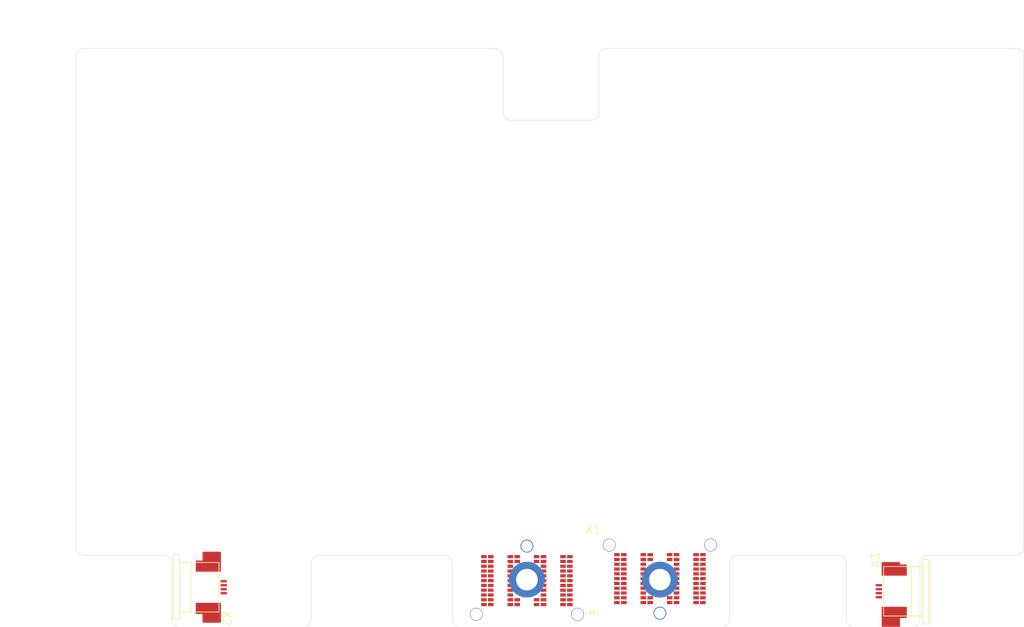
<source format=kicad_pcb>
(kicad_pcb (version 20240108) (generator "pcbnew") (generator_version "8.0")
  (title_block (title "Framework Laptop 16 Expansion Bay Module") (date "06. April 2024") (rev "1.0") (company "by XPModder") (comment 1 "Use 1.2mm PCB"))
  (layers (0 "F.Cu" signal) (31 "B.Cu" signal) (34 "B.Paste" user) (35 "F.Paste" user) (36 "B.SilkS" user "B.Silkscreen") (37 "F.SilkS" user "F.Silkscreen") (38 "B.Mask" user) (39 "F.Mask" user) (44 "Edge.Cuts" user))
  (net 0 "")
  (footprint "Framework-ExpansionBay:Hole-6.2mm" (layer "F.Cu") (at 208.35 109)
    (property "Reference" "REF**" (hide yes))
    (property "Value" "Hole-6.2mm" (hide yes))
    (pad "" np_thru_hole circle (at 0 0) (size 6.2 6.2) (drill 6.2) (layers "F&B.Cu" "*.Mask"))
  )
  (footprint "Framework-ExpansionBay:Molex-52746-0471" (layer "F.Cu") (at 202.5 118 90)
    (property "Reference" "X3" (at 3.9 -2.4 90) (layer "F.SilkS") (effects (font (thickness 0.1))))
    (property "Value" "Fan1")
    (fp_poly (pts (xy 3.6 -1.6) (xy 2 -1.6) (xy 2 1.45) (xy 3.3 1.45) (xy 3.3 0.6) (xy 3.6 0.6)) (stroke (width 0.1)) (fill solid) (layer "F.Cu"))
    (fp_poly (pts (xy -4.4 -1.6) (xy -2 -1.6) (xy -2 1.45) (xy -3.3 1.45) (xy -3.3 0.6) (xy -4.4 0.6)) (stroke (width 0.1)) (fill solid) (layer "F.Cu"))
    (fp_line (start 3.1 -1.4) (end 3.1 2.1) (stroke (width 0.1)) (layer "F.SilkS"))
    (fp_line (start 1 -1.4) (end 3.1 -1.4) (stroke (width 0.1)) (layer "F.SilkS"))
    (fp_line (start -1 -1.4) (end 1 -1.4) (stroke (width 0.1)) (layer "F.SilkS"))
    (fp_line (start -1 -1.4) (end -3 -1.4) (stroke (width 0.1)) (layer "F.SilkS"))
    (fp_line (start -3 -1.4) (end -3.1 -1.4) (stroke (width 0.1)) (layer "F.SilkS"))
    (fp_line (start 3.1 2.1) (end -3.1 2.1) (stroke (width 0.1)) (layer "F.SilkS"))
    (fp_line (start 3.1 2.1) (end 3.1 3.5) (stroke (width 0.1)) (layer "F.SilkS"))
    (fp_line (start -3.1 2.1) (end -3.1 -1.4) (stroke (width 0.1)) (layer "F.SilkS"))
    (fp_line (start 4 3.5) (end 4 4.3) (stroke (width 0.1)) (layer "F.SilkS"))
    (fp_line (start 3.1 3.5) (end 4 3.5) (stroke (width 0.1)) (layer "F.SilkS"))
    (fp_line (start -3.1 3.5) (end -3.1 2.1) (stroke (width 0.1)) (layer "F.SilkS"))
    (fp_line (start -3.1 3.5) (end 3.1 3.5) (stroke (width 0.1)) (layer "F.SilkS"))
    (fp_line (start -4.1 3.5) (end -3.1 3.5) (stroke (width 0.1)) (layer "F.SilkS"))
    (fp_line (start 4 4.3) (end -4.1 4.3) (stroke (width 0.1)) (layer "F.SilkS"))
    (fp_line (start -4.1 4.3) (end -4.1 3.5) (stroke (width 0.1)) (layer "F.SilkS"))
    (pad "1" smd roundrect (at -0.75 -2 180) (size 0.8 0.3) (layers "F.Cu" "F.Paste" "F.Mask"))
    (pad "2" smd roundrect (at -0.25 -2 180) (size 0.8 0.3) (layers "F.Cu" "F.Paste" "F.Mask"))
    (pad "3" smd roundrect (at 0.25 -2 180) (size 0.8 0.3) (layers "F.Cu" "F.Paste" "F.Mask"))
    (pad "4" smd roundrect (at 0.75 -2 180) (size 0.8 0.3) (layers "F.Cu" "F.Paste" "F.Mask"))
  )
  (footprint "Framework-ExpansionBay:Hole-6.2mm" (layer "F.Cu") (at 124.45 118)
    (property "Reference" "REF**" (hide yes))
    (property "Value" "Hole-6.2mm" (hide yes))
    (pad "" np_thru_hole circle (at 0 0) (size 6.2 6.2) (drill 6.2) (layers "F&B.Cu" "*.Mask"))
  )
  (footprint "Framework-ExpansionBay:Hole-6.2mm" (layer "F.Cu") (at 211.45 53.9)
    (property "Reference" "REF**" (hide yes))
    (property "Value" "Hole-6.2mm" (hide yes))
    (pad "" np_thru_hole circle (at 0 0) (size 6.2 6.2) (drill 6.2) (layers "F&B.Cu" "*.Mask"))
  )
  (footprint "Framework-ExpansionBay:Molex-52746-0471" (layer "F.Cu") (at 116.5 117.5 -90)
    (property "Reference" "X2" (at 3.9 -2.4 -90) (layer "F.SilkS") (effects (font (thickness 0.1))))
    (property "Value" "Fan0")
    (fp_poly (pts (xy -4.4 -1.6) (xy -2 -1.6) (xy -2 1.45) (xy -3.3 1.45) (xy -3.3 0.6) (xy -4.4 0.6)) (stroke (width 0.1)) (fill solid) (layer "F.Cu"))
    (fp_poly (pts (xy 4.4 -1.6) (xy 2 -1.6) (xy 2 1.45) (xy 3.3 1.45) (xy 3.3 0.6) (xy 4.4 0.6)) (stroke (width 0.1)) (fill solid) (layer "F.Cu"))
    (fp_line (start -4.1 4.3) (end -4.1 3.5) (stroke (width 0.1)) (layer "F.SilkS"))
    (fp_line (start 4 4.3) (end -4.1 4.3) (stroke (width 0.1)) (layer "F.SilkS"))
    (fp_line (start -4.1 3.5) (end -3.1 3.5) (stroke (width 0.1)) (layer "F.SilkS"))
    (fp_line (start -3.1 3.5) (end 3.1 3.5) (stroke (width 0.1)) (layer "F.SilkS"))
    (fp_line (start -3.1 3.5) (end -3.1 2.1) (stroke (width 0.1)) (layer "F.SilkS"))
    (fp_line (start 3.1 3.5) (end 4 3.5) (stroke (width 0.1)) (layer "F.SilkS"))
    (fp_line (start 4 3.5) (end 4 4.3) (stroke (width 0.1)) (layer "F.SilkS"))
    (fp_line (start -3.1 2.1) (end -3.1 -1.4) (stroke (width 0.1)) (layer "F.SilkS"))
    (fp_line (start 3.1 2.1) (end 3.1 3.5) (stroke (width 0.1)) (layer "F.SilkS"))
    (fp_line (start 3.1 2.1) (end -3.1 2.1) (stroke (width 0.1)) (layer "F.SilkS"))
    (fp_line (start -3 -1.4) (end -3.1 -1.4) (stroke (width 0.1)) (layer "F.SilkS"))
    (fp_line (start -1 -1.4) (end -3 -1.4) (stroke (width 0.1)) (layer "F.SilkS"))
    (fp_line (start -1 -1.4) (end 1 -1.4) (stroke (width 0.1)) (layer "F.SilkS"))
    (fp_line (start 1 -1.4) (end 3.1 -1.4) (stroke (width 0.1)) (layer "F.SilkS"))
    (fp_line (start 3.1 -1.4) (end 3.1 2.1) (stroke (width 0.1)) (layer "F.SilkS"))
    (pad "1" smd roundrect (at -0.75 -2) (size 0.8 0.3) (layers "F.Cu" "F.Paste" "F.Mask"))
    (pad "2" smd roundrect (at -0.25 -2) (size 0.8 0.3) (layers "F.Cu" "F.Paste" "F.Mask"))
    (pad "3" smd roundrect (at 0.25 -2) (size 0.8 0.3) (layers "F.Cu" "F.Paste" "F.Mask"))
    (pad "4" smd roundrect (at 0.75 -2) (size 0.8 0.3) (layers "F.Cu" "F.Paste" "F.Mask"))
  )
  (footprint "Framework-ExpansionBay:Hole-6.2mm" (layer "F.Cu") (at 103.81 53.9)
    (property "Reference" "REF**" (hide yes))
    (property "Value" "Hole-6.2mm" (hide yes))
    (pad "" np_thru_hole circle (at 0 0) (size 6.2 6.2) (drill 6.2) (layers "F&B.Cu" "*.Mask"))
  )
  (footprint "Framework-ExpansionBay:Framework-FX-Beam" (layer "F.Cu") (at 156.45 116.55)
    (property "Reference" "X1" (at 8.275 -6.25 0) (layer "F.SilkS") (effects (font (thickness 0.1))))
    (property "Value" "Framework-FX-Beam")
    (fp_text user "↓MB↓" (at 7.16 4.34 0) (layer "F.SilkS") (effects (font (size 0.4 0.4) (thickness 0.1)) (justify left bottom)))
    (pad "" np_thru_hole circle (at -6.34 4.34) (size 1.6 1.6) (drill 1.5) (layers "F&B.Cu" "*.Mask"))
    (pad "" np_thru_hole circle (at 0 -4.2) (size 1.6 1.6) (drill 1.4) (layers "F&B.Cu" "*.Mask"))
    (pad "" np_thru_hole circle (at 0 0) (size 3.2 3.2) (drill 2.7) (layers "F&B.Cu" "*.Mask"))
    (pad "" smd circle (at 0 0) (size 4.5 4.5) (layers "B.Cu" "B.Paste" "B.Mask"))
    (pad "" np_thru_hole circle (at 6.34 4.34) (size 1.6 1.6) (drill 1.5) (layers "F&B.Cu" "*.Mask"))
    (pad "" np_thru_hole circle (at 10.31 -4.34) (size 1.6 1.6) (drill 1.5) (layers "F&B.Cu" "*.Mask"))
    (pad "" np_thru_hole circle (at 16.65 0) (size 3.2 3.2) (drill 2.7) (layers "F&B.Cu" "*.Mask"))
    (pad "" smd circle (at 16.65 0) (size 4.5 4.5) (layers "B.Cu" "B.Paste" "B.Mask"))
    (pad "" np_thru_hole circle (at 16.65 4.2) (size 1.6 1.6) (drill 1.4) (layers "F&B.Cu" "*.Mask"))
    (pad "" np_thru_hole circle (at 22.99 -4.34) (size 1.6 1.6) (drill 1.5) (layers "F&B.Cu" "*.Mask"))
    (pad "D-1" smd rect (at 11.27 -3.13) (size 0.7 0.4) (layers "F.Cu" "F.Paste" "F.Mask"))
    (pad "D-2" smd rect (at 11.27 -2.53) (size 0.7 0.4) (layers "F.Cu" "F.Paste" "F.Mask"))
    (pad "D-3" smd rect (at 11.27 -1.93) (size 0.7 0.4) (layers "F.Cu" "F.Paste" "F.Mask"))
    (pad "D-4" smd rect (at 11.27 -1.33) (size 0.7 0.4) (layers "F.Cu" "F.Paste" "F.Mask"))
    (pad "D-5" smd rect (at 11.27 -0.73) (size 0.7 0.4) (layers "F.Cu" "F.Paste" "F.Mask"))
    (pad "D-6" smd rect (at 11.27 -0.13) (size 0.7 0.4) (layers "F.Cu" "F.Paste" "F.Mask"))
    (pad "D-7" smd rect (at 11.27 0.47) (size 0.7 0.4) (layers "F.Cu" "F.Paste" "F.Mask"))
    (pad "D-8" smd rect (at 11.27 1.07) (size 0.7 0.4) (layers "F.Cu" "F.Paste" "F.Mask"))
    (pad "D-9" smd rect (at 11.27 1.67) (size 0.7 0.4) (layers "F.Cu" "F.Paste" "F.Mask"))
    (pad "D-10" smd rect (at 11.27 2.27) (size 0.7 0.4) (layers "F.Cu" "F.Paste" "F.Mask"))
    (pad "D-11" smd rect (at 11.27 2.87) (size 0.7 0.4) (layers "F.Cu" "F.Paste" "F.Mask"))
    (pad "D-12" smd rect (at 12.13 -3.13) (size 0.7 0.4) (layers "F.Cu" "F.Paste" "F.Mask"))
    (pad "D-13" smd rect (at 12.13 -2.53) (size 0.7 0.4) (layers "F.Cu" "F.Paste" "F.Mask"))
    (pad "D-14" smd rect (at 12.13 -1.93) (size 0.7 0.4) (layers "F.Cu" "F.Paste" "F.Mask"))
    (pad "D-15" smd rect (at 12.13 -1.33) (size 0.7 0.4) (layers "F.Cu" "F.Paste" "F.Mask"))
    (pad "D-16" smd rect (at 12.13 -0.73) (size 0.7 0.4) (layers "F.Cu" "F.Paste" "F.Mask"))
    (pad "D-17" smd rect (at 12.13 -0.13) (size 0.7 0.4) (layers "F.Cu" "F.Paste" "F.Mask"))
    (pad "D-18" smd rect (at 12.13 0.47) (size 0.7 0.4) (layers "F.Cu" "F.Paste" "F.Mask"))
    (pad "D-19" smd rect (at 12.13 1.07) (size 0.7 0.4) (layers "F.Cu" "F.Paste" "F.Mask"))
    (pad "D-20" smd rect (at 12.13 1.67) (size 0.7 0.4) (layers "F.Cu" "F.Paste" "F.Mask"))
    (pad "D-21" smd rect (at 12.13 2.27) (size 0.7 0.4) (layers "F.Cu" "F.Paste" "F.Mask"))
    (pad "D-22" smd rect (at 12.13 2.87) (size 0.7 0.4) (layers "F.Cu" "F.Paste" "F.Mask"))
    (pad "D-23" smd rect (at 14.57 -3.13) (size 0.7 0.4) (layers "F.Cu" "F.Paste" "F.Mask"))
    (pad "D-24" smd rect (at 14.57 -2.53) (size 0.7 0.4) (layers "F.Cu" "F.Paste" "F.Mask"))
    (pad "D-25" smd rect (at 14.57 -1.93) (size 0.7 0.4) (layers "F.Cu" "F.Paste" "F.Mask"))
    (pad "D-26" smd rect (at 14.57 -1.33) (size 0.7 0.4) (layers "F.Cu" "F.Paste" "F.Mask"))
    (pad "D-27" smd rect (at 14.57 -0.73) (size 0.7 0.4) (layers "F.Cu" "F.Paste" "F.Mask"))
    (pad "D-28" smd rect (at 14.57 -0.13) (size 0.7 0.4) (layers "F.Cu" "F.Paste" "F.Mask"))
    (pad "D-29" smd rect (at 14.57 0.47) (size 0.7 0.4) (layers "F.Cu" "F.Paste" "F.Mask"))
    (pad "D-30" smd rect (at 14.57 1.07) (size 0.7 0.4) (layers "F.Cu" "F.Paste" "F.Mask"))
    (pad "D-31" smd rect (at 14.57 1.67) (size 0.7 0.4) (layers "F.Cu" "F.Paste" "F.Mask"))
    (pad "D-32" smd rect (at 14.57 2.27) (size 0.7 0.4) (layers "F.Cu" "F.Paste" "F.Mask"))
    (pad "D-33" smd rect (at 14.57 2.87) (size 0.7 0.4) (layers "F.Cu" "F.Paste" "F.Mask"))
    (pad "D-34" smd rect (at 15.43 -3.13) (size 0.7 0.4) (layers "F.Cu" "F.Paste" "F.Mask"))
    (pad "D-35" smd rect (at 15.43 -2.53) (size 0.7 0.4) (layers "F.Cu" "F.Paste" "F.Mask"))
    (pad "D-36" smd rect (at 15.43 2.27) (size 0.7 0.4) (layers "F.Cu" "F.Paste" "F.Mask"))
    (pad "D-37" smd rect (at 15.43 2.87) (size 0.7 0.4) (layers "F.Cu" "F.Paste" "F.Mask"))
    (pad "D-38" smd rect (at 17.87 -3.13) (size 0.7 0.4) (layers "F.Cu" "F.Paste" "F.Mask"))
    (pad "D-39" smd rect (at 17.87 -2.53) (size 0.7 0.4) (layers "F.Cu" "F.Paste" "F.Mask"))
    (pad "D-40" smd rect (at 17.87 2.27) (size 0.7 0.4) (layers "F.Cu" "F.Paste" "F.Mask"))
    (pad "D-41" smd rect (at 17.87 2.87) (size 0.7 0.4) (layers "F.Cu" "F.Paste" "F.Mask"))
    (pad "D-42" smd rect (at 18.73 -3.13) (size 0.7 0.4) (layers "F.Cu" "F.Paste" "F.Mask"))
    (pad "D-43" smd rect (at 18.73 -2.53) (size 0.7 0.4) (layers "F.Cu" "F.Paste" "F.Mask"))
    (pad "D-44" smd rect (at 18.73 -1.93) (size 0.7 0.4) (layers "F.Cu" "F.Paste" "F.Mask"))
    (pad "D-45" smd rect (at 18.73 -1.33) (size 0.7 0.4) (layers "F.Cu" "F.Paste" "F.Mask"))
    (pad "D-46" smd rect (at 18.73 -0.73) (size 0.7 0.4) (layers "F.Cu" "F.Paste" "F.Mask"))
    (pad "D-47" smd rect (at 18.73 -0.13) (size 0.7 0.4) (layers "F.Cu" "F.Paste" "F.Mask"))
    (pad "D-48" smd rect (at 18.73 0.47) (size 0.7 0.4) (layers "F.Cu" "F.Paste" "F.Mask"))
    (pad "D-49" smd rect (at 18.73 1.07) (size 0.7 0.4) (layers "F.Cu" "F.Paste" "F.Mask"))
    (pad "D-50" smd rect (at 18.73 1.67) (size 0.7 0.4) (layers "F.Cu" "F.Paste" "F.Mask"))
    (pad "D-51" smd rect (at 18.73 2.27) (size 0.7 0.4) (layers "F.Cu" "F.Paste" "F.Mask"))
    (pad "D-52" smd rect (at 18.73 2.87) (size 0.7 0.4) (layers "F.Cu" "F.Paste" "F.Mask"))
    (pad "D-53" smd rect (at 21.17 -3.13) (size 0.7 0.4) (layers "F.Cu" "F.Paste" "F.Mask"))
    (pad "D-54" smd rect (at 21.17 -2.53) (size 0.7 0.4) (layers "F.Cu" "F.Paste" "F.Mask"))
    (pad "D-55" smd rect (at 21.17 -1.93) (size 0.7 0.4) (layers "F.Cu" "F.Paste" "F.Mask"))
    (pad "D-56" smd rect (at 21.17 -1.33) (size 0.7 0.4) (layers "F.Cu" "F.Paste" "F.Mask"))
    (pad "D-57" smd rect (at 21.17 -0.73) (size 0.7 0.4) (layers "F.Cu" "F.Paste" "F.Mask"))
    (pad "D-58" smd rect (at 21.17 -0.13) (size 0.7 0.4) (layers "F.Cu" "F.Paste" "F.Mask"))
    (pad "D-59" smd rect (at 21.17 0.47) (size 0.7 0.4) (layers "F.Cu" "F.Paste" "F.Mask"))
    (pad "D-60" smd rect (at 21.17 1.07) (size 0.7 0.4) (layers "F.Cu" "F.Paste" "F.Mask"))
    (pad "D-61" smd rect (at 21.17 1.67) (size 0.7 0.4) (layers "F.Cu" "F.Paste" "F.Mask"))
    (pad "D-62" smd rect (at 21.17 2.27) (size 0.7 0.4) (layers "F.Cu" "F.Paste" "F.Mask"))
    (pad "D-63" smd rect (at 21.17 2.87) (size 0.7 0.4) (layers "F.Cu" "F.Paste" "F.Mask"))
    (pad "D-64" smd rect (at 22.03 -3.13) (size 0.7 0.4) (layers "F.Cu" "F.Paste" "F.Mask"))
    (pad "D-65" smd rect (at 22.03 -2.53) (size 0.7 0.4) (layers "F.Cu" "F.Paste" "F.Mask"))
    (pad "D-66" smd rect (at 22.03 -1.93) (size 0.7 0.4) (layers "F.Cu" "F.Paste" "F.Mask"))
    (pad "D-67" smd rect (at 22.03 -1.33) (size 0.7 0.4) (layers "F.Cu" "F.Paste" "F.Mask"))
    (pad "D-68" smd rect (at 22.03 -0.73) (size 0.7 0.4) (layers "F.Cu" "F.Paste" "F.Mask"))
    (pad "D-69" smd rect (at 22.03 -0.13) (size 0.7 0.4) (layers "F.Cu" "F.Paste" "F.Mask"))
    (pad "D-70" smd rect (at 22.03 0.47) (size 0.7 0.4) (layers "F.Cu" "F.Paste" "F.Mask"))
    (pad "D-71" smd rect (at 22.03 1.07) (size 0.7 0.4) (layers "F.Cu" "F.Paste" "F.Mask"))
    (pad "D-72" smd rect (at 22.03 1.67) (size 0.7 0.4) (layers "F.Cu" "F.Paste" "F.Mask"))
    (pad "D-73" smd rect (at 22.03 2.27) (size 0.7 0.4) (layers "F.Cu" "F.Paste" "F.Mask"))
    (pad "D-74" smd rect (at 22.03 2.87) (size 0.7 0.4) (layers "F.Cu" "F.Paste" "F.Mask"))
    (pad "P-1" smd rect (at -5.38 -2.88) (size 0.7 0.4) (layers "F.Cu" "F.Paste" "F.Mask"))
    (pad "P-2" smd rect (at -5.38 -2.28) (size 0.7 0.4) (layers "F.Cu" "F.Paste" "F.Mask"))
    (pad "P-3" smd rect (at -5.38 -1.68) (size 0.7 0.4) (layers "F.Cu" "F.Paste" "F.Mask"))
    (pad "P-4" smd rect (at -5.38 -1.08) (size 0.7 0.4) (layers "F.Cu" "F.Paste" "F.Mask"))
    (pad "P-5" smd rect (at -5.38 -0.48) (size 0.7 0.4) (layers "F.Cu" "F.Paste" "F.Mask"))
    (pad "P-6" smd rect (at -5.38 0.12) (size 0.7 0.4) (layers "F.Cu" "F.Paste" "F.Mask"))
    (pad "P-7" smd rect (at -5.38 0.72) (size 0.7 0.4) (layers "F.Cu" "F.Paste" "F.Mask"))
    (pad "P-8" smd rect (at -5.38 1.32) (size 0.7 0.4) (layers "F.Cu" "F.Paste" "F.Mask"))
    (pad "P-9" smd rect (at -5.38 1.92) (size 0.7 0.4) (layers "F.Cu" "F.Paste" "F.Mask"))
    (pad "P-10" smd rect (at -5.38 2.52) (size 0.7 0.4) (layers "F.Cu" "F.Paste" "F.Mask"))
    (pad "P-11" smd rect (at -5.38 3.12) (size 0.7 0.4) (layers "F.Cu" "F.Paste" "F.Mask"))
    (pad "P-12" smd rect (at -4.52 -2.88) (size 0.7 0.4) (layers "F.Cu" "F.Paste" "F.Mask"))
    (pad "P-13" smd rect (at -4.52 -2.28) (size 0.7 0.4) (layers "F.Cu" "F.Paste" "F.Mask"))
    (pad "P-14" smd rect (at -4.52 -1.68) (size 0.7 0.4) (layers "F.Cu" "F.Paste" "F.Mask"))
    (pad "P-15" smd rect (at -4.52 -1.08) (size 0.7 0.4) (layers "F.Cu" "F.Paste" "F.Mask"))
    (pad "P-16" smd rect (at -4.52 -0.48) (size 0.7 0.4) (layers "F.Cu" "F.Paste" "F.Mask"))
    (pad "P-17" smd rect (at -4.52 0.12) (size 0.7 0.4) (layers "F.Cu" "F.Paste" "F.Mask"))
    (pad "P-18" smd rect (at -4.52 0.72) (size 0.7 0.4) (layers "F.Cu" "F.Paste" "F.Mask"))
    (pad "P-19" smd rect (at -4.52 1.32) (size 0.7 0.4) (layers "F.Cu" "F.Paste" "F.Mask"))
    (pad "P-20" smd rect (at -4.52 1.92) (size 0.7 0.4) (layers "F.Cu" "F.Paste" "F.Mask"))
    (pad "P-21" smd rect (at -4.52 2.52) (size 0.7 0.4) (layers "F.Cu" "F.Paste" "F.Mask"))
    (pad "P-22" smd rect (at -4.52 3.12) (size 0.7 0.4) (layers "F.Cu" "F.Paste" "F.Mask"))
    (pad "P-23" smd rect (at -2.08 -2.88) (size 0.7 0.4) (layers "F.Cu" "F.Paste" "F.Mask"))
    (pad "P-24" smd rect (at -2.08 -2.28) (size 0.7 0.4) (layers "F.Cu" "F.Paste" "F.Mask"))
    (pad "P-25" smd rect (at -2.08 -1.68) (size 0.7 0.4) (layers "F.Cu" "F.Paste" "F.Mask"))
    (pad "P-26" smd rect (at -2.08 -1.08) (size 0.7 0.4) (layers "F.Cu" "F.Paste" "F.Mask"))
    (pad "P-27" smd rect (at -2.08 -0.48) (size 0.7 0.4) (layers "F.Cu" "F.Paste" "F.Mask"))
    (pad "P-28" smd rect (at -2.08 0.12) (size 0.7 0.4) (layers "F.Cu" "F.Paste" "F.Mask"))
    (pad "P-29" smd rect (at -2.08 0.72) (size 0.7 0.4) (layers "F.Cu" "F.Paste" "F.Mask"))
    (pad "P-30" smd rect (at -2.08 1.32) (size 0.7 0.4) (layers "F.Cu" "F.Paste" "F.Mask"))
    (pad "P-31" smd rect (at -2.08 1.92) (size 0.7 0.4) (layers "F.Cu" "F.Paste" "F.Mask"))
    (pad "P-32" smd rect (at -2.08 2.52) (size 0.7 0.4) (layers "F.Cu" "F.Paste" "F.Mask"))
    (pad "P-33" smd rect (at -2.08 3.12) (size 0.7 0.4) (layers "F.Cu" "F.Paste" "F.Mask"))
    (pad "P-34" smd rect (at -1.22 -2.88) (size 0.7 0.4) (layers "F.Cu" "F.Paste" "F.Mask"))
    (pad "P-35" smd rect (at -1.22 -2.28) (size 0.7 0.4) (layers "F.Cu" "F.Paste" "F.Mask"))
    (pad "P-36" smd rect (at -1.22 2.52) (size 0.7 0.4) (layers "F.Cu" "F.Paste" "F.Mask"))
    (pad "P-37" smd rect (at -1.22 3.12) (size 0.7 0.4) (layers "F.Cu" "F.Paste" "F.Mask"))
    (pad "P-38" smd rect (at 1.22 -2.88) (size 0.7 0.4) (layers "F.Cu" "F.Paste" "F.Mask"))
    (pad "P-39" smd rect (at 1.22 -2.28) (size 0.7 0.4) (layers "F.Cu" "F.Paste" "F.Mask"))
    (pad "P-40" smd rect (at 1.22 2.52) (size 0.7 0.4) (layers "F.Cu" "F.Paste" "F.Mask"))
    (pad "P-41" smd rect (at 1.22 3.12) (size 0.7 0.4) (layers "F.Cu" "F.Paste" "F.Mask"))
    (pad "P-42" smd rect (at 2.08 -2.88) (size 0.7 0.4) (layers "F.Cu" "F.Paste" "F.Mask"))
    (pad "P-43" smd rect (at 2.08 -2.28) (size 0.7 0.4) (layers "F.Cu" "F.Paste" "F.Mask"))
    (pad "P-44" smd rect (at 2.08 -1.68) (size 0.7 0.4) (layers "F.Cu" "F.Paste" "F.Mask"))
    (pad "P-45" smd rect (at 2.08 -1.08) (size 0.7 0.4) (layers "F.Cu" "F.Paste" "F.Mask"))
    (pad "P-46" smd rect (at 2.08 -0.48) (size 0.7 0.4) (layers "F.Cu" "F.Paste" "F.Mask"))
    (pad "P-47" smd rect (at 2.08 0.12) (size 0.7 0.4) (layers "F.Cu" "F.Paste" "F.Mask"))
    (pad "P-48" smd rect (at 2.08 0.72) (size 0.7 0.4) (layers "F.Cu" "F.Paste" "F.Mask"))
    (pad "P-49" smd rect (at 2.08 1.32) (size 0.7 0.4) (layers "F.Cu" "F.Paste" "F.Mask"))
    (pad "P-50" smd rect (at 2.08 1.92) (size 0.7 0.4) (layers "F.Cu" "F.Paste" "F.Mask"))
    (pad "P-51" smd rect (at 2.08 2.52) (size 0.7 0.4) (layers "F.Cu" "F.Paste" "F.Mask"))
    (pad "P-52" smd rect (at 2.08 3.12) (size 0.7 0.4) (layers "F.Cu" "F.Paste" "F.Mask"))
    (pad "P-53" smd rect (at 4.52 -2.88) (size 0.7 0.4) (layers "F.Cu" "F.Paste" "F.Mask"))
    (pad "P-54" smd rect (at 4.52 -2.28) (size 0.7 0.4) (layers "F.Cu" "F.Paste" "F.Mask"))
    (pad "P-55" smd rect (at 4.52 -1.68) (size 0.7 0.4) (layers "F.Cu" "F.Paste" "F.Mask"))
    (pad "P-56" smd rect (at 4.52 -1.08) (size 0.7 0.4) (layers "F.Cu" "F.Paste" "F.Mask"))
    (pad "P-57" smd rect (at 4.52 -0.48) (size 0.7 0.4) (layers "F.Cu" "F.Paste" "F.Mask"))
    (pad "P-58" smd rect (at 4.52 0.12) (size 0.7 0.4) (layers "F.Cu" "F.Paste" "F.Mask"))
    (pad "P-59" smd rect (at 4.52 0.72) (size 0.7 0.4) (layers "F.Cu" "F.Paste" "F.Mask"))
    (pad "P-60" smd rect (at 4.52 1.32) (size 0.7 0.4) (layers "F.Cu" "F.Paste" "F.Mask"))
    (pad "P-61" smd rect (at 4.52 1.92) (size 0.7 0.4) (layers "F.Cu" "F.Paste" "F.Mask"))
    (pad "P-62" smd rect (at 4.52 2.52) (size 0.7 0.4) (layers "F.Cu" "F.Paste" "F.Mask"))
    (pad "P-63" smd rect (at 4.52 3.12) (size 0.7 0.4) (layers "F.Cu" "F.Paste" "F.Mask"))
    (pad "P-64" smd rect (at 5.38 -2.88) (size 0.7 0.4) (layers "F.Cu" "F.Paste" "F.Mask"))
    (pad "P-65" smd rect (at 5.38 -2.28) (size 0.7 0.4) (layers "F.Cu" "F.Paste" "F.Mask"))
    (pad "P-66" smd rect (at 5.38 -1.68) (size 0.7 0.4) (layers "F.Cu" "F.Paste" "F.Mask"))
    (pad "P-67" smd rect (at 5.38 -1.08) (size 0.7 0.4) (layers "F.Cu" "F.Paste" "F.Mask"))
    (pad "P-68" smd rect (at 5.38 -0.48) (size 0.7 0.4) (layers "F.Cu" "F.Paste" "F.Mask"))
    (pad "P-69" smd rect (at 5.38 0.12) (size 0.7 0.4) (layers "F.Cu" "F.Paste" "F.Mask"))
    (pad "P-70" smd rect (at 5.38 0.72) (size 0.7 0.4) (layers "F.Cu" "F.Paste" "F.Mask"))
    (pad "P-71" smd rect (at 5.38 1.32) (size 0.7 0.4) (layers "F.Cu" "F.Paste" "F.Mask"))
    (pad "P-72" smd rect (at 5.38 1.92) (size 0.7 0.4) (layers "F.Cu" "F.Paste" "F.Mask"))
    (pad "P-73" smd rect (at 5.38 2.52) (size 0.7 0.4) (layers "F.Cu" "F.Paste" "F.Mask"))
    (pad "P-74" smd rect (at 5.38 3.12) (size 0.7 0.4) (layers "F.Cu" "F.Paste" "F.Mask"))
  )
  (footprint "Framework-ExpansionBay:Hole-Framework-Oval" (layer "F.Cu") (at 203.3 112.9)
    (property "Reference" "REF**" (hide yes))
    (property "Value" "Hole-Framework-Oval" (hide yes))
    (pad "" np_thru_hole oval (at 0 0) (size 2.9 2.3) (drill oval 2.9 2.3) (layers "F&B.Cu" "*.Mask"))
  )
  (footprint "Framework-ExpansionBay:Hole-2.4mm" (layer "F.Cu") (at 114.1 112.9)
    (property "Reference" "REF**" (hide yes))
    (property "Value" "Hole-2.4mm" (hide yes))
    (pad "" np_thru_hole circle (at 0 0) (size 2.4 2.4) (drill 2.4) (layers "F&B.Cu" "*.Mask"))
  )
  (gr_arc (start 101 113.5) (mid 100.292893 113.207107) (end 100 112.5) (stroke (width 0.05)) (layer "Edge.Cuts"))
  (gr_arc (start 154.45 59) (mid 153.742893 58.707107) (end 153.45 58) (stroke (width 0.05)) (layer "Edge.Cuts"))
  (gr_line (start 180.8 122.5) (end 148.1 122.5) (stroke (width 0.05)) (layer "Edge.Cuts"))
  (gr_line (start 147.1 121.5) (end 147.1 114.5) (stroke (width 0.05)) (layer "Edge.Cuts"))
  (gr_arc (start 197.45 122.5) (mid 196.742893 122.207107) (end 196.45 121.5) (stroke (width 0.05)) (layer "Edge.Cuts"))
  (gr_arc (start 100 51) (mid 100.292893 50.292893) (end 101 50) (stroke (width 0.05)) (layer "Edge.Cuts"))
  (gr_line (start 101 50) (end 152.45 50) (stroke (width 0.05)) (layer "Edge.Cuts"))
  (gr_arc (start 181.8 114.5) (mid 182.092893 113.792893) (end 182.8 113.5) (stroke (width 0.05)) (layer "Edge.Cuts"))
  (gr_arc (start 129.45 121.5) (mid 129.157107 122.207107) (end 128.45 122.5) (stroke (width 0.05)) (layer "Edge.Cuts"))
  (gr_line (start 128.45 122.5) (end 113 122.5) (stroke (width 0.05)) (layer "Edge.Cuts"))
  (gr_arc (start 148.1 122.5) (mid 147.392893 122.207107) (end 147.1 121.5) (stroke (width 0.05)) (layer "Edge.Cuts"))
  (gr_arc (start 165.45 58) (mid 165.157107 58.707107) (end 164.45 59) (stroke (width 0.05)) (layer "Edge.Cuts"))
  (gr_arc (start 113 122.5) (mid 112.292893 122.207107) (end 112 121.5) (stroke (width 0.05)) (layer "Edge.Cuts"))
  (gr_arc (start 195.45 113.5) (mid 196.157107 113.792893) (end 196.45 114.5) (stroke (width 0.05)) (layer "Edge.Cuts"))
  (gr_arc (start 152.45 50) (mid 153.157107 50.292893) (end 153.45 51) (stroke (width 0.05)) (layer "Edge.Cuts"))
  (gr_line (start 154.45 59) (end 164.45 59) (stroke (width 0.05)) (layer "Edge.Cuts"))
  (gr_arc (start 217.65 50) (mid 218.357107 50.292893) (end 218.65 51) (stroke (width 0.05)) (layer "Edge.Cuts"))
  (gr_line (start 217.65 113.5) (end 206.65 113.5) (stroke (width 0.05)) (layer "Edge.Cuts"))
  (gr_line (start 166.45 50) (end 217.65 50) (stroke (width 0.05)) (layer "Edge.Cuts"))
  (gr_line (start 165.45 58) (end 165.45 51) (stroke (width 0.05)) (layer "Edge.Cuts"))
  (gr_arc (start 181.8 121.5) (mid 181.507107 122.207107) (end 180.8 122.5) (stroke (width 0.05)) (layer "Edge.Cuts"))
  (gr_line (start 218.65 51) (end 218.65 112.5) (stroke (width 0.05)) (layer "Edge.Cuts"))
  (gr_arc (start 165.45 51) (mid 165.742893 50.292893) (end 166.45 50) (stroke (width 0.05)) (layer "Edge.Cuts"))
  (gr_arc (start 205.65 114.5) (mid 205.942893 113.792893) (end 206.65 113.5) (stroke (width 0.05)) (layer "Edge.Cuts"))
  (gr_arc (start 111 113.5) (mid 111.707107 113.792893) (end 112 114.5) (stroke (width 0.05)) (layer "Edge.Cuts"))
  (gr_line (start 129.45 114.5) (end 129.45 121.5) (stroke (width 0.05)) (layer "Edge.Cuts"))
  (gr_line (start 100 112.5) (end 100 51) (stroke (width 0.05)) (layer "Edge.Cuts"))
  (gr_line (start 111 113.5) (end 101 113.5) (stroke (width 0.05)) (layer "Edge.Cuts"))
  (gr_line (start 153.45 51) (end 153.45 58) (stroke (width 0.05)) (layer "Edge.Cuts"))
  (gr_line (start 205.65 114.5) (end 205.65 121.5) (stroke (width 0.05)) (layer "Edge.Cuts"))
  (gr_arc (start 129.45 114.5) (mid 129.742893 113.792893) (end 130.45 113.5) (stroke (width 0.05)) (layer "Edge.Cuts"))
  (gr_line (start 181.8 114.5) (end 181.8 121.5) (stroke (width 0.05)) (layer "Edge.Cuts"))
  (gr_line (start 112 121.5) (end 112 114.5) (stroke (width 0.05)) (layer "Edge.Cuts"))
  (gr_line (start 195.45 113.5) (end 182.8 113.5) (stroke (width 0.05)) (layer "Edge.Cuts"))
  (gr_line (start 196.45 121.5) (end 196.45 114.5) (stroke (width 0.05)) (layer "Edge.Cuts"))
  (gr_arc (start 218.65 112.5) (mid 218.357107 113.207107) (end 217.65 113.5) (stroke (width 0.05)) (layer "Edge.Cuts"))
  (gr_arc (start 146.1 113.5) (mid 146.807107 113.792893) (end 147.1 114.5) (stroke (width 0.05)) (layer "Edge.Cuts"))
  (gr_arc (start 205.65 121.5) (mid 205.357107 122.207107) (end 204.65 122.5) (stroke (width 0.05)) (layer "Edge.Cuts"))
  (gr_line (start 204.65 122.5) (end 197.45 122.5) (stroke (width 0.05)) (layer "Edge.Cuts"))
  (gr_line (start 146.1 113.5) (end 130.45 113.5) (stroke (width 0.05)) (layer "Edge.Cuts"))
)
</source>
